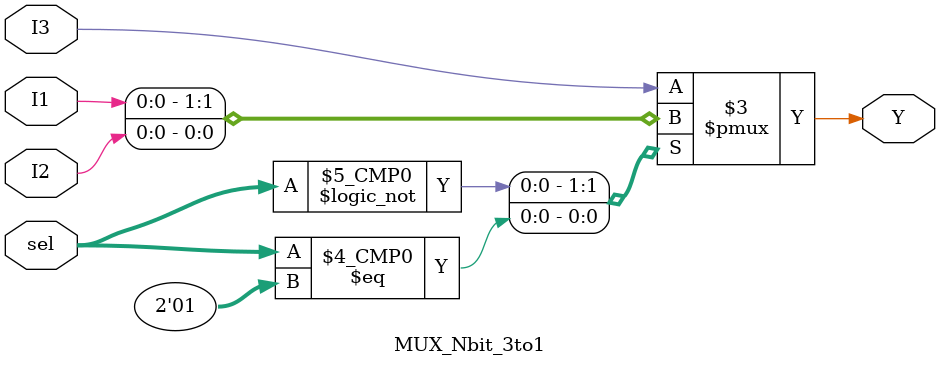
<source format=v>
`timescale 1ns / 1ps
`default_nettype none


module MUX_Nbit_3to1 #(parameter N = 0)(
    input wire [N:0] I1, I2, I3,
    input wire [1:0] sel,
    output reg [N:0] Y
);
    
always @ (*) begin
    case(sel)
        2'd0 : Y = I1;
        2'd1 : Y = I2;
        default : Y = I3;
    endcase
end
    
endmodule

</source>
